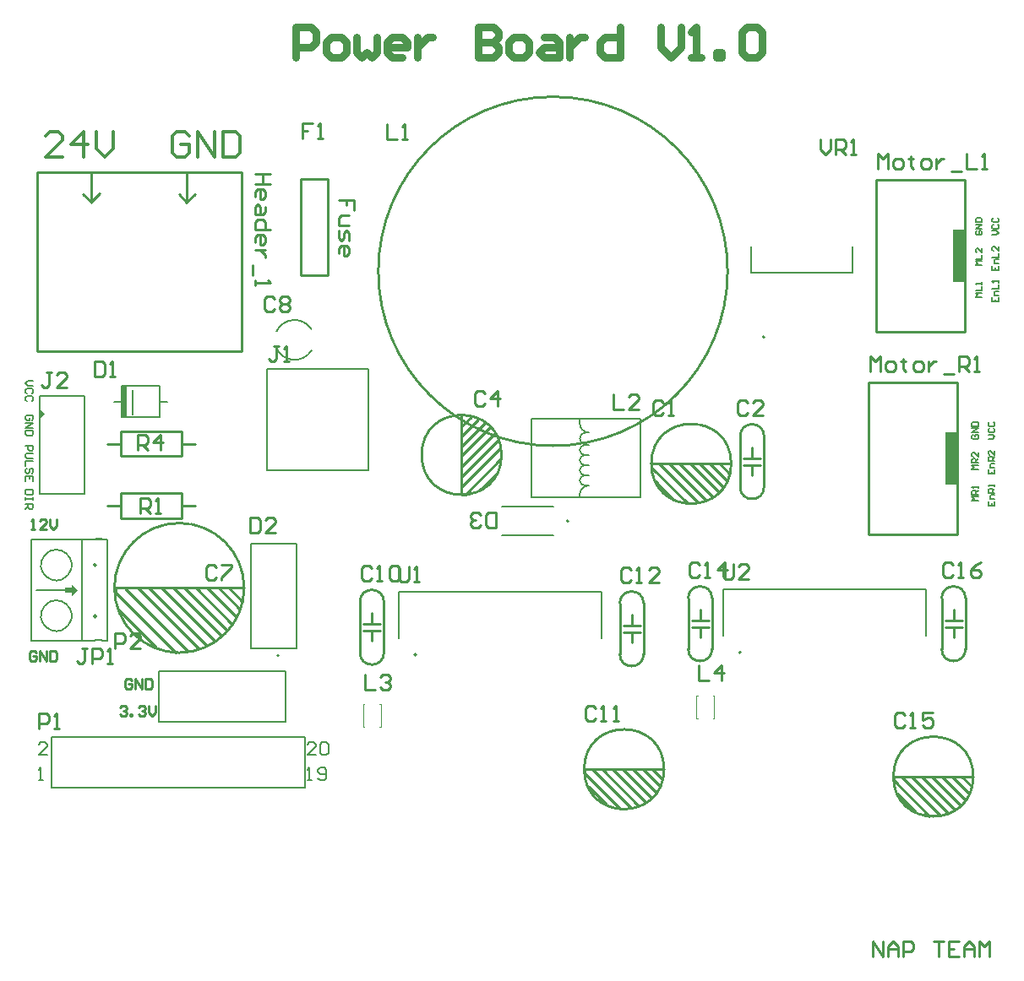
<source format=gto>
G04*
G04 #@! TF.GenerationSoftware,Altium Limited,Altium Designer,21.3.2 (30)*
G04*
G04 Layer_Color=65535*
%FSTAX44Y44*%
%MOMM*%
G71*
G04*
G04 #@! TF.SameCoordinates,1521B721-1041-421A-BEC2-2198B3717C83*
G04*
G04*
G04 #@! TF.FilePolarity,Positive*
G04*
G01*
G75*
%ADD10C,0.2540*%
%ADD11C,0.1778*%
%ADD12C,0.2000*%
%ADD13C,0.1270*%
%ADD14C,0.1016*%
%ADD15C,0.7620*%
%ADD16C,0.2032*%
%ADD17C,0.3048*%
%ADD18R,1.2533X5.2764*%
%ADD19R,0.5080X3.2000*%
G36*
X000635Y0040513D02*
X0005715Y0041148D01*
Y0040767D01*
X000508D01*
Y0040259D01*
X0005715D01*
Y0039878D01*
X000635Y0040513D01*
D02*
G37*
G36*
X0002544Y0057733D02*
X0003044Y0058233D01*
X0002544Y0058733D01*
Y0057733D01*
D02*
G37*
D10*
X0071461Y0072517D02*
G03*
X0071461Y0072517I-00175J0D01*
G01*
X002301Y0040767D02*
G03*
X002301Y0040767I-00065J0D01*
G01*
X0065087Y0022578D02*
G03*
X0065087Y0022578I-0004J0D01*
G01*
X0096075Y0021844D02*
G03*
X0096075Y0021844I-0004J0D01*
G01*
X0075109Y0055981D02*
G03*
X00727189Y0055981I-00011951J-0000001D01*
G01*
Y00508736D02*
G03*
X0075109Y00508736I00011951J0000001D01*
G01*
X0069902Y0039725D02*
G03*
X00675119Y0039725I-00011951J-0000001D01*
G01*
Y00346176D02*
G03*
X0069902Y00346176I00011951J0000001D01*
G01*
X0095302Y0039725D02*
G03*
X00929119Y0039725I-00011951J-0000001D01*
G01*
Y00346176D02*
G03*
X0095302Y00346176I00011951J0000001D01*
G01*
X0048803Y0054102D02*
G03*
X0048803Y0054102I-0004J0D01*
G01*
X0071818Y0053213D02*
G03*
X0071818Y0053213I-0004J0D01*
G01*
X00346189Y00342636D02*
G03*
X0037009Y00342636I00011951J0000001D01*
G01*
Y0039371D02*
G03*
X00346189Y0039371I-00011951J-0000001D01*
G01*
X00606539Y00341096D02*
G03*
X0063044Y00341096I00011951J0000001D01*
G01*
Y0039217D02*
G03*
X00606539Y0039217I-00011951J-0000001D01*
G01*
X0016764Y0047745D02*
Y0050245D01*
X0010668Y0047745D02*
X0016764D01*
X0010668D02*
Y0050245D01*
X0016764D01*
X00093218Y0048995D02*
X00106426D01*
X00168148D02*
X00181356D01*
X001001Y0040767D02*
X002301D01*
X0021209D02*
X0021463D01*
X0021209D02*
X0021463D01*
X002286Y003937D01*
X0020066Y0040767D02*
X0020447D01*
X0022606Y0038608D01*
X0019177Y0040767D02*
X0019304D01*
X0022225Y0037846D01*
X0018034Y0040767D02*
X0018161D01*
X0021844Y0037084D01*
X0016891Y0040767D02*
X0017018D01*
X0021209Y0036576D01*
X001524Y0040767D02*
X0015875D01*
X0020701Y0035941D01*
X0014478Y0040767D02*
X0014732D01*
X0020066Y0035433D01*
X0013081Y0040767D02*
X0013462D01*
X0019177Y0035052D01*
X0012192Y0040767D02*
X00123444D01*
X00184404Y0034671D01*
X0011049Y00406908D02*
Y0040767D01*
Y00406908D02*
X00173228Y0034417D01*
X001016Y0040259D02*
Y0040767D01*
Y0040259D02*
X0016129Y003429D01*
X0010414Y0038608D02*
X0014224Y0034798D01*
X0016129Y003429D02*
X0016256D01*
X00173228Y0034417D02*
X0017526D01*
X00184404Y0034671D02*
X0018542D01*
X0019177Y0035052D02*
X0019304D01*
X0010668Y0053968D02*
Y0056468D01*
X0016764D01*
Y0053968D02*
Y0056468D01*
X0010668Y0053968D02*
X0016764D01*
X00167894Y0055218D02*
X00181102D01*
X00092964D02*
X00106172D01*
X0057087Y0022578D02*
X0065087D01*
X00637286D02*
X00639318D01*
X0064897Y00216128D01*
X00623824Y0022578D02*
X00629666D01*
X0064643Y00209016D01*
X00616458Y0022578D02*
X00619506D01*
X0064262Y00202666D01*
X00605028Y0022578D02*
X006096D01*
X00638302Y00197078D01*
X00597154Y0022578D02*
X00599186D01*
X0063246Y00192506D01*
X00589026Y0022578D02*
X00625856Y0018895D01*
X00578866Y0022578D02*
X00617728Y00186918D01*
X00570992Y0022197D02*
Y00225272D01*
Y0022197D02*
X0060706Y00185902D01*
X0057531Y00208D02*
Y00208508D01*
Y00208D02*
X00593344Y00189966D01*
X0088519Y0020066D02*
X00903224Y00182626D01*
X0088519Y0020066D02*
Y00201168D01*
X00880872Y0021463D02*
X0091694Y00178562D01*
X00880872Y0021463D02*
Y00217932D01*
X00888746Y0021844D02*
X00927608Y00179578D01*
X00898906Y0021844D02*
X00935736Y0018161D01*
X00909066Y0021844D02*
X0094234Y00185166D01*
X00907034Y0021844D02*
X00909066D01*
X0091948D02*
X00948182Y00189738D01*
X00914908Y0021844D02*
X0091948D01*
X00929386D02*
X009525Y00195326D01*
X00926338Y0021844D02*
X00929386D01*
X00939546D02*
X0095631Y00201676D01*
X00933704Y0021844D02*
X00939546D01*
X00949198D02*
X0095885Y00208788D01*
X00947166Y0021844D02*
X00949198D01*
X0088075D02*
X0096075D01*
X0002272Y00824847D02*
X00227718D01*
X00022618Y00644848D02*
Y00824847D01*
Y00644848D02*
X00227616D01*
X00227819D02*
Y00824847D01*
X0017272Y0079375D02*
Y00823719D01*
Y0079375D02*
Y00795531D01*
Y0079375D02*
Y00794261D01*
Y0079375D02*
Y00794261D01*
X00164589Y00802393D02*
X0017272Y00794261D01*
Y00794641D02*
X00180851Y00802772D01*
X00076959Y00794261D02*
Y0082423D01*
Y00794261D02*
Y00796043D01*
Y00794261D02*
Y00794773D01*
Y00794261D02*
Y00794773D01*
X00068827Y00802904D02*
X00076959Y00794773D01*
Y00795152D02*
X0008509Y00803283D01*
X0028702Y0081788D02*
X0031369D01*
X0028702Y0072136D02*
X0031369D01*
Y0081788D01*
X0028702Y0072136D02*
Y0081788D01*
X0073914Y00538464D02*
Y00548878D01*
Y0052043D02*
Y00530844D01*
X00730758D02*
X00747776D01*
X00730758Y00537702D02*
X00747776D01*
X00751078Y00508746D02*
Y00560054D01*
X00727202Y00508492D02*
Y00559292D01*
X00944521Y00461221D02*
Y00613421D01*
X00856022Y00461221D02*
X00944521D01*
X00856022D02*
Y00613421D01*
X00944521D01*
X00952141Y00664421D02*
Y00816621D01*
X00863642Y00664421D02*
X00952141D01*
X00863642D02*
Y00816621D01*
X00952141D01*
X0068707Y00375904D02*
Y00386318D01*
Y0035787D02*
Y00368284D01*
X00678688D02*
X00695706D01*
X00678688Y00375142D02*
X00695706D01*
X00699008Y00346186D02*
Y00397494D01*
X00675132Y00345932D02*
Y00396732D01*
X0094107Y00375904D02*
Y00386318D01*
Y0035787D02*
Y00368284D01*
X00932688D02*
X00949706D01*
X00932688Y00375142D02*
X00949706D01*
X00953008Y00346186D02*
Y00397494D01*
X00929132Y00345932D02*
Y00396732D01*
X0044803Y0050102D02*
Y0058102D01*
Y00567436D02*
Y00569468D01*
X00457682Y0057912D01*
X0044803Y00553974D02*
Y00559816D01*
X00464794Y0057658D01*
X0044803Y00546608D02*
Y00549656D01*
X00471144Y0057277D01*
X0044803Y00535178D02*
Y0053975D01*
X00476732Y00568452D01*
X0044803Y00527304D02*
Y00529336D01*
X00481304Y0056261D01*
X0044803Y00519176D02*
X0048486Y00556006D01*
X0044803Y00509016D02*
X00486892Y00547878D01*
X00448538Y00501142D02*
X0045184D01*
X00487908Y0053721D01*
X00465302Y0050546D02*
X0046581D01*
X00483844Y00523494D01*
X0063818Y0053213D02*
X0071818D01*
X00704596D02*
X00706628D01*
X0071628Y00522478D01*
X00691134Y0053213D02*
X00696976D01*
X0071374Y00515366D01*
X00683768Y0053213D02*
X00686816D01*
X0070993Y00509016D01*
X00672338Y0053213D02*
X0067691D01*
X00705612Y00503428D01*
X00664464Y0053213D02*
X00666496D01*
X0069977Y00498856D01*
X00656336Y0053213D02*
X00693166Y004953D01*
X00646176Y0053213D02*
X00685038Y00493268D01*
X00638302Y0052832D02*
Y00531622D01*
Y0052832D02*
X0067437Y00492252D01*
X0064262Y0051435D02*
Y00514858D01*
Y0051435D02*
X00660654Y00496316D01*
X00346202Y00342392D02*
Y00393192D01*
X00370078Y00342646D02*
Y00393954D01*
X00349758Y00371602D02*
X00366776D01*
X00349758Y00364744D02*
X00366776D01*
X0035814Y0035433D02*
Y00364744D01*
Y00372364D02*
Y00382778D01*
X00606552Y00340852D02*
Y00391652D01*
X00630428Y00341106D02*
Y00392414D01*
X00610108Y00370062D02*
X00627126D01*
X00610108Y00363204D02*
X00627126D01*
X0061849Y0035279D02*
Y00363204D01*
Y00370824D02*
Y00381238D01*
X0085979Y000381D02*
Y00053335D01*
X00869947Y000381D01*
Y00053335D01*
X00875025Y000381D02*
Y00048257D01*
X00880103Y00053335D01*
X00885182Y00048257D01*
Y000381D01*
Y00045718D01*
X00875025D01*
X0089026Y000381D02*
Y00053335D01*
X00897878D01*
X00900417Y00050796D01*
Y00045718D01*
X00897878Y00043178D01*
X0089026D01*
X0092073Y00053335D02*
X00930887D01*
X00925809D01*
Y000381D01*
X00946122Y00053335D02*
X00935965D01*
Y000381D01*
X00946122D01*
X00935965Y00045718D02*
X00941044D01*
X009512Y000381D02*
Y00048257D01*
X00956279Y00053335D01*
X00961357Y00048257D01*
Y000381D01*
Y00045718D01*
X009512D01*
X00966435Y000381D02*
Y00053335D01*
X00971514Y00048257D01*
X00976592Y00053335D01*
Y000381D01*
X00021588Y00342474D02*
X00019896Y00344167D01*
X0001651D01*
X00014817Y00342474D01*
Y00335703D01*
X0001651Y0033401D01*
X00019896D01*
X00021588Y00335703D01*
Y00339088D01*
X00018203D01*
X00024974Y0033401D02*
Y00344167D01*
X00031745Y0033401D01*
Y00344167D01*
X00035131D02*
Y0033401D01*
X00040209D01*
X00041902Y00335703D01*
Y00342474D01*
X00040209Y00344167D01*
X00035131D01*
X0001651Y0046609D02*
X00019896D01*
X00018203D01*
Y00476247D01*
X0001651Y00474554D01*
X00031745Y0046609D02*
X00024974D01*
X00031745Y00472861D01*
Y00474554D01*
X00030052Y00476247D01*
X00026667D01*
X00024974Y00474554D01*
X00035131Y00476247D02*
Y00469476D01*
X00038516Y0046609D01*
X00041902Y00469476D01*
Y00476247D01*
X00340355Y00786133D02*
Y0079629D01*
X00332738D01*
Y00791212D01*
Y0079629D01*
X0032512D01*
X00335277Y00781055D02*
X00327659D01*
X0032512Y00778516D01*
Y00770898D01*
X00335277D01*
X0032512Y0076582D02*
Y00758202D01*
X00327659Y00755663D01*
X00330198Y00758202D01*
Y00763281D01*
X00332738Y0076582D01*
X00335277Y00763281D01*
Y00755663D01*
X0032512Y00742967D02*
Y00748046D01*
X00327659Y00750585D01*
X00332738D01*
X00335277Y00748046D01*
Y00742967D01*
X00332738Y00740428D01*
X00330198D01*
Y00750585D01*
X00105416Y00287864D02*
X00107108Y00289557D01*
X00110494D01*
X00112187Y00287864D01*
Y00286171D01*
X00110494Y00284478D01*
X00108801D01*
X00110494D01*
X00112187Y00282786D01*
Y00281093D01*
X00110494Y002794D01*
X00107108D01*
X00105416Y00281093D01*
X00115573Y002794D02*
Y00281093D01*
X00117265D01*
Y002794D01*
X00115573D01*
X00124036Y00287864D02*
X00125729Y00289557D01*
X00129115D01*
X00130808Y00287864D01*
Y00286171D01*
X00129115Y00284478D01*
X00127422D01*
X00129115D01*
X00130808Y00282786D01*
Y00281093D01*
X00129115Y002794D01*
X00125729D01*
X00124036Y00281093D01*
X00134193Y00289557D02*
Y00282786D01*
X00137579Y002794D01*
X00140964Y00282786D01*
Y00289557D01*
X00117689Y00314534D02*
X00115996Y00316227D01*
X00112611D01*
X00110918Y00314534D01*
Y00307763D01*
X00112611Y0030607D01*
X00115996D01*
X00117689Y00307763D01*
Y00311148D01*
X00114303D01*
X00121074Y0030607D02*
Y00316227D01*
X00127846Y0030607D01*
Y00316227D01*
X00131231D02*
Y0030607D01*
X00136309D01*
X00138002Y00307763D01*
Y00314534D01*
X00136309Y00316227D01*
X00131231D01*
X00298447Y00873755D02*
X0028829D01*
Y00866137D01*
X00293368D01*
X0028829D01*
Y0085852D01*
X00303525D02*
X00308603D01*
X00306064D01*
Y00873755D01*
X00303525Y00871216D01*
X00100334Y00346712D02*
Y00361948D01*
X00107952D01*
X00110491Y00359408D01*
Y0035433D01*
X00107952Y00351791D01*
X00100334D01*
X00125726Y00346712D02*
X00115569D01*
X00125726Y00356869D01*
Y00359408D01*
X00123187Y00361948D01*
X00118108D01*
X00115569Y00359408D01*
X00482496Y00468362D02*
Y00483597D01*
X00474878D01*
X00472339Y00481058D01*
Y00470902D01*
X00474878Y00468362D01*
X00482496D01*
X00467261Y00470902D02*
X00464721Y00468362D01*
X00459643D01*
X00457104Y00470902D01*
Y00473441D01*
X00459643Y0047598D01*
X00462182D01*
X00459643D01*
X00457104Y00478519D01*
Y00481058D01*
X00459643Y00483597D01*
X00464721D01*
X00467261Y00481058D01*
X00236474Y00478007D02*
Y00462772D01*
X00244091D01*
X00246631Y00465311D01*
Y00475468D01*
X00244091Y00478007D01*
X00236474D01*
X00261866Y00462772D02*
X00251709D01*
X00261866Y00472929D01*
Y00475468D01*
X00259327Y00478007D01*
X00254248D01*
X00251709Y00475468D01*
X00807466Y00857753D02*
Y00847596D01*
X00812544Y00842518D01*
X00817623Y00847596D01*
Y00857753D01*
X00822701Y00842518D02*
Y00857753D01*
X00830319D01*
X00832858Y00855214D01*
Y00850135D01*
X00830319Y00847596D01*
X00822701D01*
X00827779D02*
X00832858Y00842518D01*
X00837936D02*
X00843015D01*
X00840475D01*
Y00857753D01*
X00837936Y00855214D01*
X00710438Y00431541D02*
Y00418845D01*
X00712977Y00416306D01*
X00718055D01*
X00720595Y00418845D01*
Y00431541D01*
X0073583Y00416306D02*
X00725673D01*
X0073583Y00426463D01*
Y00429002D01*
X00733291Y00431541D01*
X00728212D01*
X00725673Y00429002D01*
X00123194Y00546102D02*
Y00561338D01*
X00130812D01*
X00133351Y00558798D01*
Y0055372D01*
X00130812Y00551181D01*
X00123194D01*
X00128272D02*
X00133351Y00546102D01*
X00146047D02*
Y00561338D01*
X00138429Y0055372D01*
X00148586D01*
X00125733Y00482603D02*
Y00497837D01*
X00133351D01*
X0013589Y00495298D01*
Y0049022D01*
X00133351Y00487681D01*
X00125733D01*
X00130812D02*
X0013589Y00482603D01*
X00140968D02*
X00146047D01*
X00143508D01*
Y00497837D01*
X00140968Y00495298D01*
X00024638Y00266446D02*
Y00281681D01*
X00032255D01*
X00034795Y00279142D01*
Y00274063D01*
X00032255Y00271524D01*
X00024638D01*
X00039873Y00266446D02*
X00044951D01*
X00042412D01*
Y00281681D01*
X00039873Y00279142D01*
X0085725Y0062484D02*
Y00640075D01*
X00862328Y00634997D01*
X00867407Y00640075D01*
Y0062484D01*
X00875024D02*
X00880103D01*
X00882642Y00627379D01*
Y00632458D01*
X00880103Y00634997D01*
X00875024D01*
X00872485Y00632458D01*
Y00627379D01*
X00875024Y0062484D01*
X00890259Y00637536D02*
Y00634997D01*
X0088772D01*
X00892798D01*
X00890259D01*
Y00627379D01*
X00892798Y0062484D01*
X00902955D02*
X00908034D01*
X00910573Y00627379D01*
Y00632458D01*
X00908034Y00634997D01*
X00902955D01*
X00900416Y00632458D01*
Y00627379D01*
X00902955Y0062484D01*
X00915651Y00634997D02*
Y0062484D01*
Y00629918D01*
X0091819Y00632458D01*
X0092073Y00634997D01*
X00923269D01*
X00930886Y00622301D02*
X00941043D01*
X00946121Y0062484D02*
Y00640075D01*
X00953739D01*
X00956278Y00637536D01*
Y00632458D01*
X00953739Y00629918D01*
X00946121D01*
X009512D02*
X00956278Y0062484D01*
X00961356D02*
X00966435D01*
X00963895D01*
Y00640075D01*
X00961356Y00637536D01*
X0086487Y0082804D02*
Y00843275D01*
X00869948Y00838197D01*
X00875027Y00843275D01*
Y0082804D01*
X00882644D02*
X00887723D01*
X00890262Y00830579D01*
Y00835658D01*
X00887723Y00838197D01*
X00882644D01*
X00880105Y00835658D01*
Y00830579D01*
X00882644Y0082804D01*
X00897879Y00840736D02*
Y00838197D01*
X0089534D01*
X00900418D01*
X00897879D01*
Y00830579D01*
X00900418Y0082804D01*
X00910575D02*
X00915654D01*
X00918193Y00830579D01*
Y00835658D01*
X00915654Y00838197D01*
X00910575D01*
X00908036Y00835658D01*
Y00830579D01*
X00910575Y0082804D01*
X00923271Y00838197D02*
Y0082804D01*
Y00833118D01*
X0092581Y00835658D01*
X0092835Y00838197D01*
X00930889D01*
X00938506Y00825501D02*
X00948663D01*
X00953741Y00843275D02*
Y0082804D01*
X00963898D01*
X00968976D02*
X00974055D01*
X00971516D01*
Y00843275D01*
X00968976Y00840736D01*
X00685292Y00329687D02*
Y00314452D01*
X00695449D01*
X00708145D02*
Y00329687D01*
X00700527Y0032207D01*
X00710684D01*
X00351282Y00321051D02*
Y00305816D01*
X00361439D01*
X00366517Y00318512D02*
X00369056Y00321051D01*
X00374135D01*
X00376674Y00318512D01*
Y00315973D01*
X00374135Y00313433D01*
X00371595D01*
X00374135D01*
X00376674Y00310894D01*
Y00308355D01*
X00374135Y00305816D01*
X00369056D01*
X00366517Y00308355D01*
X00600456Y00601451D02*
Y00586216D01*
X00610613D01*
X00625848D02*
X00615691D01*
X00625848Y00596373D01*
Y00598912D01*
X00623309Y00601451D01*
X0061823D01*
X00615691Y00598912D01*
X00373383Y00872487D02*
Y00857253D01*
X0038354D01*
X00388618D02*
X00393697D01*
X00391158D01*
Y00872487D01*
X00388618Y00869948D01*
X00072393Y00346707D02*
X00067314D01*
X00069853D01*
Y00334012D01*
X00067314Y00331473D01*
X00064775D01*
X00062236Y00334012D01*
X00077471Y00331473D02*
Y00346707D01*
X00085088D01*
X00087628Y00344168D01*
Y0033909D01*
X00085088Y00336551D01*
X00077471D01*
X00092706Y00331473D02*
X00097784D01*
X00095245D01*
Y00346707D01*
X00092706Y00344168D01*
X00037335Y00624073D02*
X00032256D01*
X00034795D01*
Y00611377D01*
X00032256Y00608838D01*
X00029717D01*
X00027178Y00611377D01*
X0005257Y00608838D02*
X00042413D01*
X0005257Y00618995D01*
Y00621534D01*
X00050031Y00624073D01*
X00044952D01*
X00042413Y00621534D01*
X0008001Y00634471D02*
Y00619236D01*
X00087627D01*
X00090167Y00621775D01*
Y00631932D01*
X00087627Y00634471D01*
X0008001D01*
X00095245Y00619236D02*
X00100323D01*
X00097784D01*
Y00634471D01*
X00095245Y00631932D01*
X00940559Y0043078D02*
X00938019Y00433319D01*
X00932941D01*
X00930402Y0043078D01*
Y00420623D01*
X00932941Y00418084D01*
X00938019D01*
X00940559Y00420623D01*
X00945637Y00418084D02*
X00950715D01*
X00948176D01*
Y00433319D01*
X00945637Y0043078D01*
X0096849Y00433319D02*
X00963411Y0043078D01*
X00958333Y00425701D01*
Y00420623D01*
X00960872Y00418084D01*
X0096595D01*
X0096849Y00420623D01*
Y00423162D01*
X0096595Y00425701D01*
X00958333D01*
X00892299Y00279904D02*
X0088976Y00282443D01*
X00884681D01*
X00882142Y00279904D01*
Y00269747D01*
X00884681Y00267208D01*
X0088976D01*
X00892299Y00269747D01*
X00897377Y00267208D02*
X00902455D01*
X00899916D01*
Y00282443D01*
X00897377Y00279904D01*
X0092023Y00282443D02*
X00910073D01*
Y00274825D01*
X00915151Y00277365D01*
X00917691D01*
X0092023Y00274825D01*
Y00269747D01*
X00917691Y00267208D01*
X00912612D01*
X00910073Y00269747D01*
X00686559Y0043078D02*
X00684019Y00433319D01*
X00678941D01*
X00676402Y0043078D01*
Y00420623D01*
X00678941Y00418084D01*
X00684019D01*
X00686559Y00420623D01*
X00691637Y00418084D02*
X00696715D01*
X00694176D01*
Y00433319D01*
X00691637Y0043078D01*
X00711951Y00418084D02*
Y00433319D01*
X00704333Y00425701D01*
X0071449D01*
X00617979Y004257D02*
X00615439Y00428239D01*
X00610361D01*
X00607822Y004257D01*
Y00415543D01*
X00610361Y00413004D01*
X00615439D01*
X00617979Y00415543D01*
X00623057Y00413004D02*
X00628135D01*
X00625596D01*
Y00428239D01*
X00623057Y004257D01*
X0064591Y00413004D02*
X00635753D01*
X0064591Y00423161D01*
Y004257D01*
X00643371Y00428239D01*
X00638292D01*
X00635753Y004257D01*
X00582419Y0028727D02*
X00579879Y00289809D01*
X00574801D01*
X00572262Y0028727D01*
Y00277113D01*
X00574801Y00274574D01*
X00579879D01*
X00582419Y00277113D01*
X00587497Y00274574D02*
X00592575D01*
X00590036D01*
Y00289809D01*
X00587497Y0028727D01*
X00600193Y00274574D02*
X00605271D01*
X00602732D01*
Y00289809D01*
X00600193Y0028727D01*
X00357629Y00427224D02*
X00355089Y00429763D01*
X00350011D01*
X00347472Y00427224D01*
Y00417067D01*
X00350011Y00414528D01*
X00355089D01*
X00357629Y00417067D01*
X00362707Y00414528D02*
X00367785D01*
X00365246D01*
Y00429763D01*
X00362707Y00427224D01*
X00375403D02*
X00377942Y00429763D01*
X00383021D01*
X0038556Y00427224D01*
Y00417067D01*
X00383021Y00414528D01*
X00377942D01*
X00375403Y00417067D01*
Y00427224D01*
X00201931Y00427988D02*
X00199392Y00430527D01*
X00194313D01*
X00191774Y00427988D01*
Y00417832D01*
X00194313Y00415293D01*
X00199392D01*
X00201931Y00417832D01*
X00207009Y00430527D02*
X00217166D01*
Y00427988D01*
X00207009Y00417832D01*
Y00415293D01*
X00471421Y00602484D02*
X00468881Y00605023D01*
X00463803D01*
X00461264Y00602484D01*
Y00592327D01*
X00463803Y00589788D01*
X00468881D01*
X00471421Y00592327D01*
X00484117Y00589788D02*
Y00605023D01*
X00476499Y00597406D01*
X00486656D01*
X00734565Y00593324D02*
X00732026Y00595863D01*
X00726947D01*
X00724408Y00593324D01*
Y00583167D01*
X00726947Y00580628D01*
X00732026D01*
X00734565Y00583167D01*
X007498Y00580628D02*
X00739643D01*
X007498Y00590785D01*
Y00593324D01*
X00747261Y00595863D01*
X00742182D01*
X00739643Y00593324D01*
X00649729Y00593594D02*
X00647189Y00596133D01*
X00642111D01*
X00639572Y00593594D01*
Y00583437D01*
X00642111Y00580898D01*
X00647189D01*
X00649729Y00583437D01*
X00654807Y00580898D02*
X00659885D01*
X00657346D01*
Y00596133D01*
X00654807Y00593594D01*
X00256537Y00822942D02*
X00241302D01*
X0024892D01*
Y00812785D01*
X00256537D01*
X00241302D01*
Y00800089D02*
Y00805168D01*
X00243841Y00807707D01*
X0024892D01*
X00251459Y00805168D01*
Y00800089D01*
X0024892Y0079755D01*
X0024638D01*
Y00807707D01*
X00251459Y00789933D02*
Y00784854D01*
X0024892Y00782315D01*
X00241302D01*
Y00789933D01*
X00243841Y00792472D01*
X0024638Y00789933D01*
Y00782315D01*
X00256537Y0076708D02*
X00241302D01*
Y00774697D01*
X00243841Y00777237D01*
X0024892D01*
X00251459Y00774697D01*
Y0076708D01*
X00241302Y00754384D02*
Y00759462D01*
X00243841Y00762002D01*
X0024892D01*
X00251459Y00759462D01*
Y00754384D01*
X0024892Y00751845D01*
X0024638D01*
Y00762002D01*
X00251459Y00746767D02*
X00241302D01*
X0024638D01*
X0024892Y00744227D01*
X00251459Y00741688D01*
Y00739149D01*
X00238763Y00731532D02*
Y00721375D01*
X00241302Y00716296D02*
Y00711218D01*
Y00713757D01*
X00256537D01*
X00253998Y00716296D01*
X00260601Y00697718D02*
X00258062Y00700257D01*
X00252983D01*
X00250444Y00697718D01*
Y00687561D01*
X00252983Y00685022D01*
X00258062D01*
X00260601Y00687561D01*
X00265679Y00697718D02*
X00268218Y00700257D01*
X00273297D01*
X00275836Y00697718D01*
Y00695179D01*
X00273297Y00692639D01*
X00275836Y006901D01*
Y00687561D01*
X00273297Y00685022D01*
X00268218D01*
X00265679Y00687561D01*
Y006901D01*
X00268218Y00692639D01*
X00265679Y00695179D01*
Y00697718D01*
X00268218Y00692639D02*
X00273297D01*
X00264919Y00650235D02*
X0025984D01*
X00262379D01*
Y00637539D01*
X0025984Y00635D01*
X00257301D01*
X00254762Y00637539D01*
X00269997Y00635D02*
X00275075D01*
X00272536D01*
Y00650235D01*
X00269997Y00647696D01*
X00385064Y00429255D02*
Y00416559D01*
X00387603Y0041402D01*
X00392682D01*
X00395221Y00416559D01*
Y00429255D01*
X00400299Y0041402D02*
X00405377D01*
X00402838D01*
Y00429255D01*
X00400299Y00426716D01*
D11*
X00053671Y00369889D02*
G03*
X00053372Y00369542I-00011761J00009841D01*
G01*
X00082144Y0043053D02*
G03*
X00082144Y0043053I-00001626J0D01*
G01*
X00082398Y00379222D02*
G03*
X00082398Y00379222I-00001626J0D01*
G01*
X00053652Y00420667D02*
G03*
X00053372Y00420342I-00011742J00009863D01*
G01*
X0056642Y005725D02*
G03*
X0057531Y0056361I0000889J0D01*
G01*
X0057277D02*
G03*
X0056642Y0055726I0J-0000635D01*
G01*
D02*
G03*
X0057277Y0055091I0000635J0D01*
G01*
X005715D02*
G03*
X0056642Y0054583I0J-0000508D01*
G01*
D02*
G03*
X005715Y0054075I0000508J0D01*
G01*
D02*
G03*
X0056642Y0053567I0J-0000508D01*
G01*
D02*
G03*
X005715Y0053059I0000508J0D01*
G01*
D02*
G03*
X0056642Y0052551I0J-0000508D01*
G01*
D02*
G03*
X005715Y0052043I0000508J0D01*
G01*
D02*
G03*
X0056642Y0051535I0J-0000508D01*
G01*
D02*
G03*
X005715Y0051027I0000508J0D01*
G01*
X0057531D02*
G03*
X0056642Y0050138I0J-0000889D01*
G01*
X0001651Y0035433D02*
Y0045593D01*
X00021844Y0040513D02*
X00060198D01*
X0008128Y00457454D02*
X0008763D01*
X0005461Y0045593D02*
X0009271D01*
Y0035433D02*
Y0045593D01*
X00088138Y0035433D02*
X0009271D01*
X00088138D02*
Y003556D01*
X00080264D02*
X00088138D01*
X00080264Y0035433D02*
Y003556D01*
X0001651Y0035433D02*
X00080264D01*
X0001651Y0045593D02*
X0005461D01*
X0006731Y00354584D02*
Y00455422D01*
X0051816Y0057758D02*
X0062738D01*
X0051816Y0049884D02*
Y0057758D01*
Y0049884D02*
X0062738D01*
Y0057758D01*
X0056642Y005725D02*
Y0057758D01*
X0057277Y0056361D02*
X0057531D01*
X0057277Y0055091D02*
X0057531D01*
X005715D02*
X0057531D01*
X005715Y0054075D02*
X0057531D01*
X005715D02*
X0057531D01*
X005715Y0053059D02*
X0057531D01*
X005715D02*
X0057531D01*
X005715Y0052043D02*
X0057531D01*
X005715D02*
X0057531D01*
X005715Y0051027D02*
X0057531D01*
X0056642Y0049884D02*
Y0050138D01*
X0010775Y00590026D02*
Y0059409D01*
Y00599424D01*
X00118164Y0058139D02*
Y00606028D01*
X0010013Y0059409D02*
X0010775D01*
X0014585D02*
X0015347D01*
X0010775Y005786D02*
Y0059409D01*
Y005786D02*
X0014585D01*
Y006106D01*
X0010775D02*
X0014585D01*
X0010775Y0059409D02*
Y006106D01*
D12*
X0040261Y0034068D02*
G03*
X0040261Y0034068I-00001J0D01*
G01*
X0072802Y0034295D02*
G03*
X0072802Y0034295I-00001J0D01*
G01*
X0055535Y0047471D02*
G03*
X0055535Y0047471I-00001J0D01*
G01*
X0075167Y006593D02*
G03*
X0075167Y006593I-00001J0D01*
G01*
X0026516Y0033978D02*
G03*
X0026516Y0033978I-00001J0D01*
G01*
X00262481Y00648003D02*
G03*
X00297535Y0064557I00018189J00008317D01*
G01*
Y0066707D02*
G03*
X00262481Y00664637I-00016865J-0001075D01*
G01*
X0027178Y0027305D02*
Y0032385D01*
X0014478Y0027305D02*
Y0032385D01*
X0027178D01*
X0014478Y0027305D02*
X0027178D01*
X0029083Y0020701D02*
Y0025781D01*
X0003683Y0020701D02*
X0005588D01*
X0003683D02*
Y0025781D01*
X0005588D01*
X0029083D01*
X0005588Y0020701D02*
X0029083D01*
D13*
X0025273Y00626872D02*
X0035433D01*
X0025273Y00525272D02*
Y00626872D01*
Y00525272D02*
X0035433D01*
Y00626872D01*
X0038521Y0035738D02*
Y0040358D01*
X0058801D01*
Y0035738D02*
Y0040358D01*
X0091342Y0035965D02*
Y0040585D01*
X0071062D02*
X0091342D01*
X0071062Y0035965D02*
Y0040585D01*
X0048835Y0046011D02*
X0054035D01*
X0048835Y0048931D02*
X0054035D01*
X0073787Y0072377D02*
Y007502D01*
Y0072377D02*
X0083947D01*
Y007502D01*
X0023668Y0034728D02*
X0028258D01*
X0023668D02*
Y0045228D01*
X0028258D01*
Y0034728D02*
Y0045228D01*
X0002534Y0050152D02*
X0007034D01*
Y0060052D01*
X0002534D02*
X0007034D01*
X0002534Y0050152D02*
Y0060052D01*
D14*
X0068326Y0029945D02*
X0068453D01*
X0068326Y0027659D02*
Y0029945D01*
Y0027659D02*
X0068453D01*
X0069977Y0029945D02*
X0070104D01*
Y0027659D02*
Y0029945D01*
X0069977Y0027659D02*
X0070104D01*
X0036576Y0026797D02*
X0036703D01*
Y0029083D01*
X0036576D02*
X0036703D01*
X0034925Y0026797D02*
X0035052D01*
X0034925D02*
Y0029083D01*
X0035052D01*
D15*
X00282016Y009398D02*
Y0097027D01*
X00297251D01*
X00302329Y00965192D01*
Y00955035D01*
X00297251Y00949957D01*
X00282016D01*
X00317564Y009398D02*
X00327721D01*
X00332799Y00944878D01*
Y00955035D01*
X00327721Y00960113D01*
X00317564D01*
X00312486Y00955035D01*
Y00944878D01*
X00317564Y009398D01*
X00342956Y00960113D02*
Y00944878D01*
X00348034Y009398D01*
X00353113Y00944878D01*
X00358191Y009398D01*
X00363269Y00944878D01*
Y00960113D01*
X00388661Y009398D02*
X00378504D01*
X00373426Y00944878D01*
Y00955035D01*
X00378504Y00960113D01*
X00388661D01*
X00393739Y00955035D01*
Y00949957D01*
X00373426D01*
X00403896Y00960113D02*
Y009398D01*
Y00949957D01*
X00408974Y00955035D01*
X00414053Y00960113D01*
X00419131D01*
X00464836Y0097027D02*
Y009398D01*
X00480071D01*
X0048515Y00944878D01*
Y00949957D01*
X00480071Y00955035D01*
X00464836D01*
X00480071D01*
X0048515Y00960113D01*
Y00965192D01*
X00480071Y0097027D01*
X00464836D01*
X00500385Y009398D02*
X00510542D01*
X0051562Y00944878D01*
Y00955035D01*
X00510542Y00960113D01*
X00500385D01*
X00495307Y00955035D01*
Y00944878D01*
X00500385Y009398D01*
X00530855Y00960113D02*
X00541012D01*
X0054609Y00955035D01*
Y009398D01*
X00530855D01*
X00525777Y00944878D01*
X00530855Y00949957D01*
X0054609D01*
X00556247Y00960113D02*
Y009398D01*
Y00949957D01*
X00561325Y00955035D01*
X00566404Y00960113D01*
X00571482D01*
X0060703Y0097027D02*
Y009398D01*
X00591795D01*
X00586717Y00944878D01*
Y00955035D01*
X00591795Y00960113D01*
X0060703D01*
X00647657Y0097027D02*
Y00949957D01*
X00657814Y009398D01*
X00667971Y00949957D01*
Y0097027D01*
X00678127Y009398D02*
X00688284D01*
X00683206D01*
Y0097027D01*
X00678127Y00965192D01*
X00703519Y009398D02*
Y00944878D01*
X00708598D01*
Y009398D01*
X00703519D01*
X00728911Y00965192D02*
X00733989Y0097027D01*
X00744146D01*
X00749224Y00965192D01*
Y00944878D01*
X00744146Y009398D01*
X00733989D01*
X00728911Y00944878D01*
Y00965192D01*
D16*
X00976005Y00557022D02*
X00980238D01*
X00982353Y00559138D01*
X00980238Y00561254D01*
X00976005D01*
X00977064Y00567602D02*
X00976005Y00566544D01*
Y00564428D01*
X00977064Y0056337D01*
X00981295D01*
X00982353Y00564428D01*
Y00566544D01*
X00981295Y00567602D01*
X00977064Y0057395D02*
X00976005Y00572892D01*
Y00570776D01*
X00977064Y00569718D01*
X00981295D01*
X00982353Y00570776D01*
Y00572892D01*
X00981295Y0057395D01*
X00960554Y00561254D02*
X00959495Y00560196D01*
Y0055808D01*
X00960554Y00557022D01*
X00964785D01*
X00965843Y0055808D01*
Y00560196D01*
X00964785Y00561254D01*
X00962669D01*
Y00559138D01*
X00965843Y0056337D02*
X00959495D01*
X00965843Y00567602D01*
X00959495D01*
Y00569718D02*
X00965843D01*
Y00572892D01*
X00964785Y0057395D01*
X00960554D01*
X00959495Y00572892D01*
Y00569718D01*
X00965708Y00526542D02*
X0095936D01*
X00961476Y00528658D01*
X0095936Y00530774D01*
X00965708D01*
Y0053289D02*
X0095936D01*
Y00536064D01*
X00960418Y00537122D01*
X00962534D01*
X00963592Y00536064D01*
Y0053289D01*
Y00535006D02*
X00965708Y00537122D01*
Y0054347D02*
Y00539238D01*
X00961476Y0054347D01*
X00960418D01*
X0095936Y00542412D01*
Y00540296D01*
X00960418Y00539238D01*
X00976005Y00526371D02*
Y0052214D01*
X00982353D01*
Y00526371D01*
X00979179Y0052214D02*
Y00524255D01*
X00982353Y00528487D02*
X00978121D01*
Y00531661D01*
X00979179Y00532719D01*
X00982353D01*
Y00534835D02*
X00976005D01*
Y00538009D01*
X00977064Y00539067D01*
X00979179D01*
X00980237Y00538009D01*
Y00534835D01*
Y00536951D02*
X00982353Y00539067D01*
Y00545415D02*
Y00541183D01*
X00978121Y00545415D01*
X00977064D01*
X00976005Y00544357D01*
Y00542241D01*
X00977064Y00541183D01*
X00965708Y00494792D02*
X0095936D01*
X00961476Y00496908D01*
X0095936Y00499024D01*
X00965708D01*
Y0050114D02*
X0095936D01*
Y00504314D01*
X00960418Y00505372D01*
X00962534D01*
X00963592Y00504314D01*
Y0050114D01*
Y00503256D02*
X00965708Y00505372D01*
Y00507488D02*
Y00509604D01*
Y00508546D01*
X0095936D01*
X00960418Y00507488D01*
X00976005Y00494621D02*
Y0049039D01*
X00982353D01*
Y00494621D01*
X00979179Y0049039D02*
Y00492505D01*
X00982353Y00496737D02*
X00978121D01*
Y00499911D01*
X00979179Y00500969D01*
X00982353D01*
Y00503085D02*
X00976005D01*
Y00506259D01*
X00977064Y00507317D01*
X00979179D01*
X00980238Y00506259D01*
Y00503085D01*
Y00505201D02*
X00982353Y00507317D01*
Y00509433D02*
Y00511549D01*
Y00510491D01*
X00976005D01*
X00977064Y00509433D01*
X00979816Y00699091D02*
Y00694859D01*
X00986163D01*
Y00699091D01*
X00982989Y00694859D02*
Y00696975D01*
X00986163Y00701207D02*
X00981932D01*
Y00704381D01*
X00982989Y00705439D01*
X00986163D01*
X00979816Y00707555D02*
X00986163D01*
Y00711787D01*
Y00713903D02*
Y00716019D01*
Y00714961D01*
X00979816D01*
X00980873Y00713903D01*
X00969518Y00699262D02*
X0096317D01*
X00965286Y00701378D01*
X0096317Y00703494D01*
X00969518D01*
X0096317Y0070561D02*
X00969518D01*
Y00709842D01*
Y00711958D02*
Y00714074D01*
Y00713016D01*
X0096317D01*
X00964228Y00711958D01*
X00979816Y00730842D02*
Y00726609D01*
X00986163D01*
Y00730842D01*
X00982989Y00726609D02*
Y00728726D01*
X00986163Y00732957D02*
X00981931D01*
Y00736131D01*
X00982989Y00737189D01*
X00986163D01*
X00979816Y00739305D02*
X00986163D01*
Y00743537D01*
Y00749885D02*
Y00745653D01*
X00981931Y00749885D01*
X00980873D01*
X00979816Y00748827D01*
Y00746711D01*
X00980873Y00745653D01*
X00969518Y00731012D02*
X0096317D01*
X00965286Y00733128D01*
X0096317Y00735244D01*
X00969518D01*
X0096317Y0073736D02*
X00969518D01*
Y00741592D01*
Y0074794D02*
Y00743708D01*
X00965286Y0074794D01*
X00964228D01*
X0096317Y00746882D01*
Y00744766D01*
X00964228Y00743708D01*
X00964363Y00765724D02*
X00963306Y00764666D01*
Y0076255D01*
X00964363Y00761492D01*
X00968595D01*
X00969653Y0076255D01*
Y00764666D01*
X00968595Y00765724D01*
X00966479D01*
Y00763608D01*
X00969653Y0076784D02*
X00963306D01*
X00969653Y00772072D01*
X00963306D01*
Y00774188D02*
X00969653D01*
Y00777362D01*
X00968595Y0077842D01*
X00964363D01*
X00963306Y00777362D01*
Y00774188D01*
X00979816Y00761492D02*
X00984047D01*
X00986163Y00763608D01*
X00984047Y00765724D01*
X00979816D01*
X00980873Y00772072D02*
X00979816Y00771014D01*
Y00768898D01*
X00980873Y0076784D01*
X00985105D01*
X00986163Y00768898D01*
Y00771014D01*
X00985105Y00772072D01*
X00980873Y0077842D02*
X00979816Y00777362D01*
Y00775246D01*
X00980873Y00774188D01*
X00985105D01*
X00986163Y00775246D01*
Y00777362D01*
X00985105Y0077842D01*
X0001854Y00505968D02*
X00010922D01*
Y00502159D01*
X00012192Y0050089D01*
X0001727D01*
X0001854Y00502159D01*
Y00505968D01*
Y0049835D02*
Y00495811D01*
Y00497081D01*
X00010922D01*
Y0049835D01*
Y00495811D01*
Y00492002D02*
X0001854D01*
Y00488194D01*
X0001727Y00486924D01*
X00014731D01*
X00013461Y00488194D01*
Y00492002D01*
Y00489463D02*
X00010922Y00486924D01*
Y00550418D02*
X0001854D01*
Y00546609D01*
X0001727Y0054534D01*
X00014731D01*
X00013461Y00546609D01*
Y00550418D01*
X0001854Y005428D02*
X00012192D01*
X00010922Y00541531D01*
Y00538992D01*
X00012192Y00537722D01*
X0001854D01*
Y00535183D02*
X00010922D01*
Y00530105D01*
X0001727Y00522487D02*
X0001854Y00523757D01*
Y00526296D01*
X0001727Y00527565D01*
X00016D01*
X00014731Y00526296D01*
Y00523757D01*
X00013461Y00522487D01*
X00012192D01*
X00010922Y00523757D01*
Y00526296D01*
X00012192Y00527565D01*
X0001854Y00514869D02*
Y00519948D01*
X00010922D01*
Y00514869D01*
X00014731Y00519948D02*
Y00517409D01*
X0001727Y0057582D02*
X0001854Y00577089D01*
Y00579628D01*
X0001727Y00580898D01*
X00012192D01*
X00010922Y00579628D01*
Y00577089D01*
X00012192Y0057582D01*
X00014731D01*
Y00578359D01*
X00010922Y0057328D02*
X0001854D01*
X00010922Y00568202D01*
X0001854D01*
Y00565663D02*
X00010922D01*
Y00561854D01*
X00012192Y00560585D01*
X0001727D01*
X0001854Y00561854D01*
Y00565663D01*
Y00615188D02*
X00013461D01*
X00010922Y00612649D01*
X00013461Y0061011D01*
X0001854D01*
X0001727Y00602492D02*
X0001854Y00603762D01*
Y00606301D01*
X0001727Y0060757D01*
X00012192D01*
X00010922Y00606301D01*
Y00603762D01*
X00012192Y00602492D01*
X0001727Y00594875D02*
X0001854Y00596144D01*
Y00598683D01*
X0001727Y00599953D01*
X00012192D01*
X00010922Y00598683D01*
Y00596144D01*
X00012192Y00594875D01*
X00301834Y0024003D02*
X0029337D01*
X00301834Y00248494D01*
Y0025061D01*
X00299718Y00252726D01*
X00295486D01*
X0029337Y0025061D01*
X00306066D02*
X00308182Y00252726D01*
X00312414D01*
X0031453Y0025061D01*
Y00242146D01*
X00312414Y0024003D01*
X00308182D01*
X00306066Y00242146D01*
Y0025061D01*
X0029337Y0021463D02*
X00297602D01*
X00295486D01*
Y00227326D01*
X0029337Y0022521D01*
X0030395Y00216746D02*
X00306066Y0021463D01*
X00310298D01*
X00312414Y00216746D01*
Y0022521D01*
X00310298Y00227326D01*
X00306066D01*
X0030395Y0022521D01*
Y00223094D01*
X00306066Y00220978D01*
X00312414D01*
X0002413Y0021463D02*
X00028362D01*
X00026246D01*
Y00227326D01*
X0002413Y0022521D01*
X00032594Y0024003D02*
X0002413D01*
X00032594Y00248494D01*
Y0025061D01*
X00030478Y00252726D01*
X00026246D01*
X0002413Y0025061D01*
D17*
X00047916Y00839978D02*
X00030988D01*
X00047916Y00856906D01*
Y00861138D01*
X00043684Y0086537D01*
X0003522D01*
X00030988Y00861138D01*
X00069076Y00839978D02*
Y0086537D01*
X0005638Y00852674D01*
X00073308D01*
X00081772Y0086537D02*
Y00848442D01*
X00090236Y00839978D01*
X00098699Y00848442D01*
Y0086537D01*
X00174875Y00861138D02*
X00170643Y0086537D01*
X00162179D01*
X00157947Y00861138D01*
Y0084421D01*
X00162179Y00839978D01*
X00170643D01*
X00174875Y0084421D01*
Y00852674D01*
X00166411D01*
X00183339Y00839978D02*
Y0086537D01*
X00200267Y00839978D01*
Y0086537D01*
X00208731D02*
Y00839978D01*
X00221427D01*
X00225658Y0084421D01*
Y00861138D01*
X00221427Y0086537D01*
X00208731D01*
D18*
X00938631Y00537211D02*
D03*
X00946251Y00740411D02*
D03*
D19*
X0011029Y005946D02*
D03*
M02*

</source>
